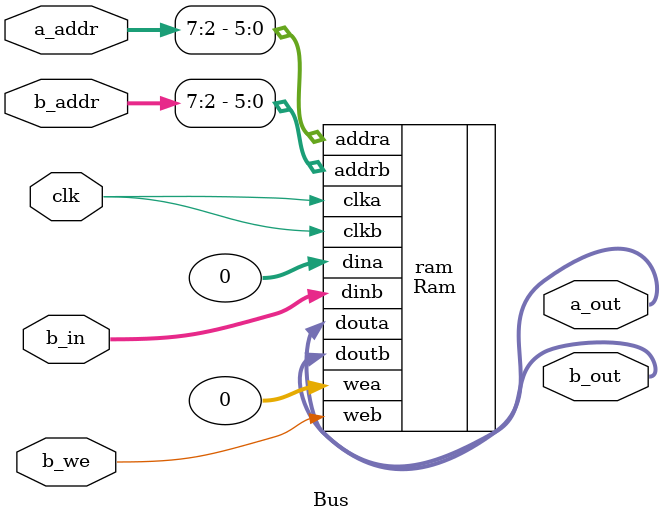
<source format=v>
`timescale 1ns / 1ps

module Bus(
    input clk,
    input [31:0]a_addr,
    output [31:0]a_out,
    input [31:0]b_addr,
    input b_we,
    input [31:0]b_in,
    output [31:0]b_out
);

Ram ram(
    .clka(clk),
    .wea(0),
    .addra(a_addr[7:2]),
    .dina(0),
    .douta(a_out),
    .clkb(clk),
    .web(b_we),
    .addrb(b_addr[7:2]),
    .dinb(b_in),
    .doutb(b_out)
);

endmodule

</source>
